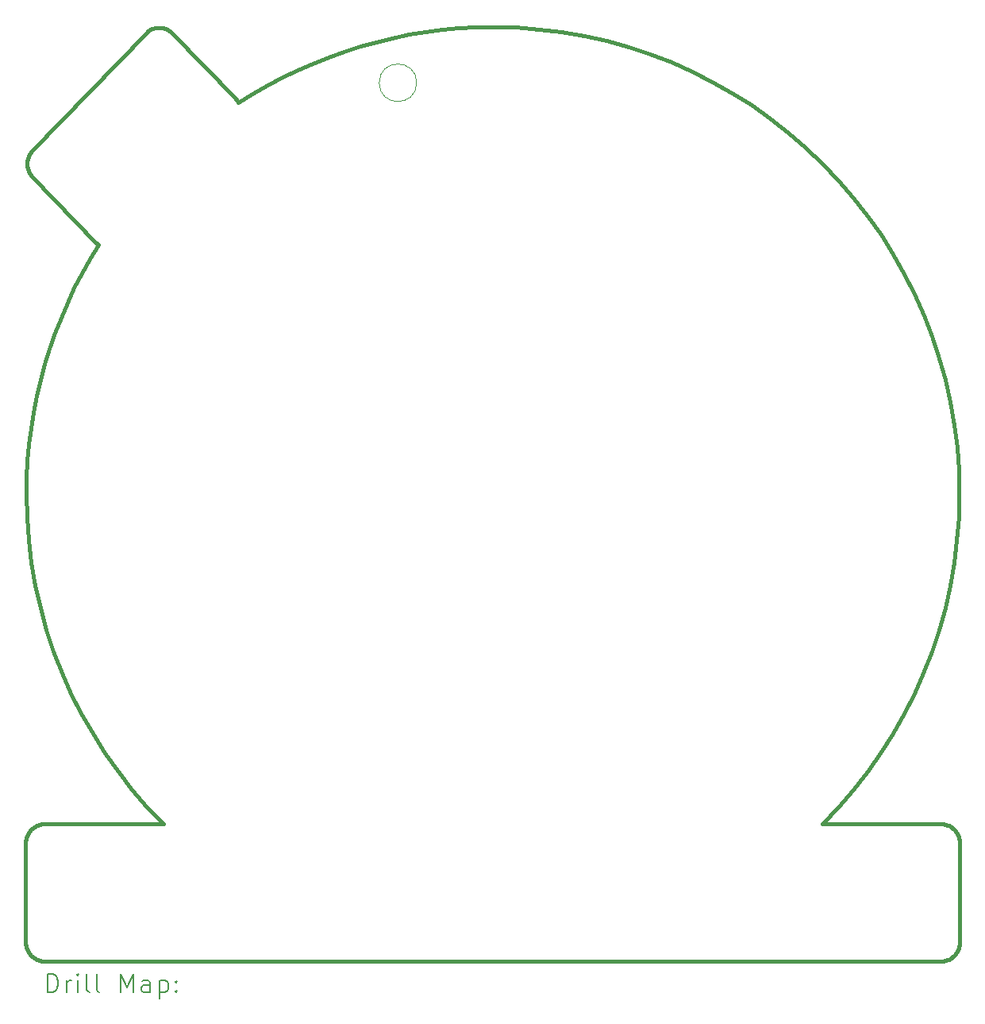
<source format=gbr>
%TF.GenerationSoftware,KiCad,Pcbnew,(6.0.7)*%
%TF.CreationDate,2022-08-23T13:49:27-07:00*%
%TF.ProjectId,DC31_Cnet_Badge_Rear,44433331-5f43-46e6-9574-5f4261646765,rev?*%
%TF.SameCoordinates,Original*%
%TF.FileFunction,Drillmap*%
%TF.FilePolarity,Positive*%
%FSLAX45Y45*%
G04 Gerber Fmt 4.5, Leading zero omitted, Abs format (unit mm)*
G04 Created by KiCad (PCBNEW (6.0.7)) date 2022-08-23 13:49:27*
%MOMM*%
%LPD*%
G01*
G04 APERTURE LIST*
%ADD10C,0.464309*%
%ADD11C,0.100000*%
%ADD12C,0.200000*%
G04 APERTURE END LIST*
D10*
X5073216Y-6602949D02*
X5079168Y-6610837D01*
X5043101Y-6541155D02*
X5046119Y-6550571D01*
X14908316Y-14935425D02*
X14915572Y-14929139D01*
X14977031Y-14821412D02*
X14978790Y-14811563D01*
X6488676Y-5036275D02*
X6479281Y-5034088D01*
X5021218Y-14811560D02*
X5022976Y-14821408D01*
X5040529Y-6531587D02*
X5043101Y-6541155D01*
X14390504Y-7656459D02*
X14270788Y-7444780D01*
X12126495Y-5500375D02*
X11904531Y-5402028D01*
X9283583Y-5076226D02*
X9106970Y-5105473D01*
X5787985Y-7341927D02*
X5791178Y-7344440D01*
X5188434Y-14978788D02*
X5198442Y-14980061D01*
X5092243Y-6338368D02*
X5092243Y-6338368D01*
X5019174Y-14791398D02*
X5019946Y-14801553D01*
X5178598Y-13522977D02*
X5168923Y-13525210D01*
X14811563Y-14978790D02*
X14821412Y-14977031D01*
X5027907Y-13659431D02*
X5025212Y-13668921D01*
X14980063Y-13698454D02*
X14978792Y-13688447D01*
X5862782Y-12761324D02*
X6003501Y-12960998D01*
X5064585Y-13591692D02*
X5058648Y-13599247D01*
X13519128Y-6480857D02*
X13340298Y-6310679D01*
X5208598Y-14980834D02*
X5218889Y-14981096D01*
X6365412Y-5045614D02*
X6356636Y-5049629D01*
X5053072Y-13607087D02*
X5047870Y-13615201D01*
X10975449Y-5119708D02*
X10734912Y-5077740D01*
X5046119Y-6550571D02*
X5049576Y-6559819D01*
X5018914Y-14781108D02*
X5018914Y-14781108D01*
X6374367Y-5042045D02*
X6365412Y-5045614D01*
X12960890Y-5999756D02*
X12761126Y-5859349D01*
X14867820Y-13538641D02*
X14858962Y-13534636D01*
X6339686Y-5058971D02*
X6331544Y-5064285D01*
X5067663Y-6369315D02*
X5062515Y-6377723D01*
X14922526Y-13577497D02*
X14915581Y-13570876D01*
X14831087Y-14974797D02*
X14840577Y-14972102D01*
X6411656Y-5032374D02*
X6402145Y-5034088D01*
X5047870Y-13615201D02*
X5043055Y-13623576D01*
X13514416Y-13518912D02*
X13684910Y-13340229D01*
X5141048Y-14965372D02*
X5150129Y-14968953D01*
X14781120Y-13518912D02*
X14781120Y-13518912D01*
X13996465Y-12961056D02*
X14137188Y-12761383D01*
X14961377Y-13632205D02*
X14956961Y-13623583D01*
X14981096Y-13718899D02*
X14981096Y-13718899D01*
X9640134Y-5036822D02*
X9461360Y-5053326D01*
X5018914Y-13718899D02*
X5018914Y-14781108D01*
X14952139Y-14884806D02*
X14956955Y-14876432D01*
X5023203Y-10000004D02*
X5023203Y-10000004D01*
X14970441Y-10246896D02*
X14976808Y-10000005D01*
X7756051Y-5561932D02*
X7597443Y-5646051D01*
X14387674Y-12343903D02*
X14497098Y-12126914D01*
X5048058Y-10492073D02*
X5078511Y-10735168D01*
X6323646Y-5070017D02*
X6316007Y-5076161D01*
X6579852Y-5089659D02*
X6579852Y-5089659D01*
X5178586Y-14977028D02*
X5188434Y-14978788D01*
X5794422Y-7346885D02*
X5794422Y-7346885D01*
X9461360Y-5053326D02*
X9283583Y-5076226D01*
X5067663Y-6594793D02*
X5073216Y-6602949D01*
X13514416Y-13518912D02*
X13514416Y-13518912D01*
X5051891Y-9474340D02*
X5036172Y-9648842D01*
X14935425Y-14908316D02*
X14941362Y-14900761D01*
X7266380Y-5799185D02*
X7262038Y-5794224D01*
X5702996Y-7497184D02*
X5617122Y-7650279D01*
X5272618Y-8452250D02*
X5221007Y-8618853D01*
X7257537Y-5789409D02*
X7257537Y-5789409D01*
X5150129Y-14968953D02*
X5159421Y-14972098D01*
X14970691Y-9753216D02*
X14952454Y-9508103D01*
X5218889Y-14981096D02*
X5218889Y-14981096D01*
X5062515Y-6377723D02*
X5057781Y-6386366D01*
X5038633Y-14867802D02*
X5043049Y-14876425D01*
X7288905Y-5831784D02*
X7285586Y-5826035D01*
X5141059Y-13534631D02*
X5132201Y-13538636D01*
X14821412Y-14977031D02*
X14831087Y-14974797D01*
X5084438Y-13570869D02*
X5077492Y-13577490D01*
X14978790Y-14811563D02*
X14980062Y-14801555D01*
X5123567Y-14956949D02*
X5132190Y-14961366D01*
X6392750Y-5036275D02*
X6383485Y-5038930D01*
X13684910Y-13340229D02*
X13845649Y-13154141D01*
X5077492Y-13577490D02*
X5070870Y-13584436D01*
X10000005Y-5023203D02*
X9819738Y-5026764D01*
X5049576Y-6404290D02*
X5046119Y-6413538D01*
X14801555Y-14980062D02*
X14811563Y-14978790D01*
X14981096Y-14781108D02*
X14981096Y-14781108D01*
X8931688Y-5141016D02*
X8757906Y-5182806D01*
X5462212Y-7964236D02*
X5393266Y-8124786D01*
X14981096Y-13718899D02*
X14980836Y-13708609D01*
X5043049Y-14876425D02*
X5047864Y-14884799D01*
X5099249Y-13558646D02*
X5091694Y-13564583D01*
X5034628Y-14858944D02*
X5038633Y-14867802D01*
X5198454Y-13519945D02*
X5188446Y-13521218D01*
X5019947Y-13698452D02*
X5019174Y-13708608D01*
X5123578Y-13543053D02*
X5115203Y-13547868D01*
X5062515Y-6586385D02*
X5067663Y-6594793D01*
X14974800Y-13668925D02*
X14972106Y-13659436D01*
X9999987Y-5023203D02*
X9999987Y-5023203D01*
X14952146Y-13615208D02*
X14946944Y-13607095D01*
X5034835Y-6471978D02*
X5034593Y-6482054D01*
X7597443Y-5646051D02*
X7441672Y-5736019D01*
X5168911Y-14974794D02*
X5178586Y-14977028D01*
X11678036Y-5314620D02*
X11447419Y-5238317D01*
X5085512Y-6345669D02*
X5079168Y-6353272D01*
X5036172Y-9648842D02*
X5026594Y-9824116D01*
X7441672Y-5736019D02*
X7288905Y-5831784D01*
X5769927Y-7325491D02*
X5772801Y-7328388D01*
X6549882Y-5064285D02*
X6541741Y-5058971D01*
X12555201Y-5729204D02*
X12343521Y-5609490D01*
X12761126Y-5859349D02*
X12555201Y-5729204D01*
X6316007Y-5076161D02*
X6308645Y-5082711D01*
X5781751Y-7336704D02*
X5784842Y-7339348D01*
X5049576Y-6559819D02*
X5053465Y-6568881D01*
X5772801Y-7328388D02*
X5775730Y-7331224D01*
X5316526Y-11678421D02*
X5404232Y-11904911D01*
X5218901Y-13518912D02*
X5208610Y-13519173D01*
X14140641Y-7238855D02*
X14000233Y-7039092D01*
X14781108Y-14981096D02*
X14791399Y-14980835D01*
X5791178Y-7344440D02*
X5794422Y-7346885D01*
X8247224Y-5345157D02*
X8081109Y-5411434D01*
X14952454Y-9508103D02*
X14922266Y-9265073D01*
X5018914Y-14781108D02*
X5019174Y-14791398D01*
X7270559Y-5804288D02*
X7266380Y-5799185D01*
X5084429Y-14929132D02*
X5091685Y-14935418D01*
X7274573Y-5809529D02*
X7270559Y-5804288D01*
X14961371Y-14867809D02*
X14965377Y-14858950D01*
X14821424Y-13522979D02*
X14811576Y-13521220D01*
X5038410Y-6442225D02*
X5036750Y-6452046D01*
X13689307Y-6659686D02*
X13519128Y-6480857D01*
X5769927Y-7325491D02*
X5769927Y-7325491D01*
X5099239Y-14941355D02*
X5107079Y-14946931D01*
X5159421Y-14972098D02*
X5168911Y-14974794D01*
X5022979Y-13678596D02*
X5021220Y-13688444D01*
X14791399Y-14980835D02*
X14801555Y-14980062D01*
X14915572Y-14929139D02*
X14922517Y-14922517D01*
X5208610Y-13519173D02*
X5198454Y-13519945D01*
X5073216Y-6361159D02*
X5067663Y-6369315D01*
X5057781Y-6386366D02*
X5053465Y-6395227D01*
X14849880Y-13531054D02*
X14840588Y-13527909D01*
X5502881Y-12126854D02*
X5612302Y-12343843D01*
X5031052Y-13650139D02*
X5027907Y-13659431D01*
X14867809Y-14961371D02*
X14876432Y-14956955D01*
X7262038Y-5794224D02*
X7257537Y-5789409D01*
X14976808Y-10000005D02*
X14970691Y-9753216D01*
X5035556Y-6502139D02*
X5036750Y-6512062D01*
X14965377Y-14858950D02*
X14968958Y-14849869D01*
X5132190Y-14961366D02*
X5141048Y-14965372D01*
X14876442Y-13543058D02*
X14867820Y-13538641D01*
X6003501Y-12960998D02*
X6154314Y-13154085D01*
X6572781Y-5082711D02*
X6565419Y-5076161D01*
X8585789Y-5230793D02*
X8415506Y-5284926D01*
X14781120Y-13518912D02*
X13514416Y-13518912D01*
X14892930Y-13553076D02*
X14884817Y-13547874D01*
X14595750Y-11904969D02*
X14683460Y-11678477D01*
X14000233Y-7039092D02*
X13849732Y-6845900D01*
X5115193Y-14952133D02*
X5123567Y-14956949D01*
X14900761Y-14941362D02*
X14908316Y-14935425D01*
X5393266Y-8124786D02*
X5330053Y-8287509D01*
X5064577Y-14908308D02*
X5070862Y-14915565D01*
X5188446Y-13521218D02*
X5178598Y-13522977D01*
X5036750Y-6512062D02*
X5038410Y-6521884D01*
X5150141Y-13531050D02*
X5141059Y-13534631D01*
X14761683Y-8552562D02*
X14685379Y-8321944D01*
X5404232Y-11904911D02*
X5502881Y-12126854D01*
X7282090Y-5820407D02*
X7278417Y-5814903D01*
X14974797Y-14831087D02*
X14977031Y-14821412D01*
X14683460Y-11678477D02*
X14760059Y-11447846D01*
X5085512Y-6618440D02*
X5092243Y-6625741D01*
X14956955Y-14876432D02*
X14961371Y-14867809D01*
X5078511Y-10735168D02*
X5120753Y-10975759D01*
X14978792Y-13688447D02*
X14977033Y-13678600D01*
X5135437Y-8957020D02*
X5101568Y-9128274D01*
X14267647Y-12555529D02*
X14387674Y-12343903D01*
X11447419Y-5238317D02*
X11213087Y-5173291D01*
X5073704Y-9300766D02*
X5051891Y-9474340D01*
X5079168Y-6610837D02*
X5085512Y-6618440D01*
X7285586Y-5826035D02*
X7282090Y-5820407D01*
X6460162Y-5031142D02*
X6450470Y-5030397D01*
X5019174Y-13708608D02*
X5018914Y-13718899D01*
X14801567Y-13519947D02*
X14791411Y-13519173D01*
X5107079Y-14946931D02*
X5115193Y-14952133D01*
X5046119Y-6413538D02*
X5043101Y-6422954D01*
X14840577Y-14972102D02*
X14849869Y-14968958D01*
X12343521Y-5609490D02*
X12126495Y-5500375D01*
X14956961Y-13623583D02*
X14952146Y-13615208D01*
X14972102Y-14840577D02*
X14974797Y-14831087D01*
X6301574Y-5089659D02*
X6301574Y-5089659D01*
X14760059Y-11447846D02*
X14825376Y-11213484D01*
X14915581Y-13570876D02*
X14908325Y-13564590D01*
X6301574Y-5089659D02*
X5092243Y-6338368D01*
X5021220Y-13688444D02*
X5019947Y-13698452D01*
X5617122Y-7650279D02*
X5536846Y-7806015D01*
X13519128Y-6480857D02*
X13519128Y-6480857D01*
X14980062Y-14801555D02*
X14980835Y-14791399D01*
X5091694Y-13564583D02*
X5084438Y-13570869D01*
X14935432Y-13591699D02*
X14929147Y-13584443D01*
X5115203Y-13547868D02*
X5107089Y-13553070D01*
X6485542Y-13518861D02*
X5218901Y-13518912D01*
X7288905Y-5831784D02*
X7288905Y-5831784D01*
X6154314Y-13154085D02*
X6315051Y-13340175D01*
X6541741Y-5058971D02*
X6533371Y-5054084D01*
X8081109Y-5411434D02*
X7917329Y-5483709D01*
X6479281Y-5034088D02*
X6469770Y-5032374D01*
X5778714Y-7333996D02*
X5781751Y-7336704D01*
X14965381Y-13641063D02*
X14961377Y-13632205D01*
X14922517Y-14922517D02*
X14929139Y-14915572D01*
X5101568Y-9128274D02*
X5073704Y-9300766D01*
X5053465Y-6395227D02*
X5049576Y-6404290D01*
X5077484Y-14922510D02*
X5084429Y-14929132D01*
X14858950Y-14965377D02*
X14867809Y-14961371D01*
X14968958Y-14849869D02*
X14972102Y-14840577D01*
X14826711Y-8786894D02*
X14761683Y-8552562D01*
X5053065Y-14892913D02*
X5058641Y-14900754D01*
X14831099Y-13525213D02*
X14821424Y-13522979D01*
X6497941Y-5038930D02*
X6488676Y-5036275D01*
X5218901Y-13518912D02*
X5218901Y-13518912D01*
X14858962Y-13534636D02*
X14849880Y-13531054D01*
X6440713Y-5030148D02*
X6440713Y-5030148D01*
X5330053Y-8287509D02*
X5272618Y-8452250D01*
X14840588Y-13527909D02*
X14831099Y-13525213D01*
X5174616Y-11213437D02*
X5239930Y-11447794D01*
X5168923Y-13525210D02*
X5159433Y-13527906D01*
X5092243Y-6625741D02*
X5769927Y-7325491D01*
X6565419Y-5076161D02*
X6557781Y-5070017D01*
X5026594Y-9824116D02*
X5023203Y-10000004D01*
X5091685Y-14935418D02*
X5099239Y-14941355D01*
X5025209Y-14831082D02*
X5027904Y-14840572D01*
X14929147Y-13584443D02*
X14922526Y-13577497D01*
X6469770Y-5032374D02*
X6460162Y-5031142D01*
X14884806Y-14952139D02*
X14892920Y-14946937D01*
X5058648Y-13599247D02*
X5053072Y-13607087D01*
X14781108Y-14981096D02*
X14781108Y-14981096D01*
X5218889Y-14981096D02*
X14781108Y-14981096D01*
X5775730Y-7331224D02*
X5778714Y-7333996D01*
X9106970Y-5105473D02*
X8931688Y-5141016D01*
X6516015Y-5045614D02*
X6507060Y-5042045D01*
X7257537Y-5789409D02*
X6579852Y-5089659D01*
X5038410Y-6521884D02*
X5040529Y-6531587D01*
X9819738Y-5026764D02*
X9640134Y-5036822D01*
X6430956Y-5030397D02*
X6421265Y-5031142D01*
X6331544Y-5064285D02*
X6323646Y-5070017D01*
X5023203Y-10000004D02*
X5029566Y-10246883D01*
X5536846Y-7806015D02*
X5462212Y-7964236D01*
X14946937Y-14892920D02*
X14952139Y-14884806D01*
X14597968Y-8095449D02*
X14499620Y-7873485D01*
X5092243Y-6338368D02*
X5085512Y-6345669D01*
X6421265Y-5031142D02*
X6411656Y-5032374D01*
X5034593Y-6482054D02*
X5034835Y-6492131D01*
X5043101Y-6422954D02*
X5040529Y-6432522D01*
X14968962Y-13650144D02*
X14965381Y-13641063D01*
X14941369Y-13599254D02*
X14935432Y-13591699D01*
X5612302Y-12343843D02*
X5732325Y-12555469D01*
X5036750Y-6452046D02*
X5035556Y-6461969D01*
X14270788Y-7444780D02*
X14140641Y-7238855D01*
X14980836Y-13708609D02*
X14980063Y-13698454D01*
X8415506Y-5284926D02*
X8247224Y-5345157D01*
X5120753Y-10975759D02*
X5174616Y-11213437D01*
X14976808Y-10000005D02*
X14976808Y-10000005D01*
X10246773Y-5029318D02*
X9999987Y-5023203D01*
X14879243Y-10975800D02*
X14921489Y-10735202D01*
X5029566Y-10246883D02*
X5048058Y-10492073D01*
X5784842Y-7339348D02*
X5787985Y-7341927D01*
X5057781Y-6577743D02*
X5062515Y-6586385D01*
X6450470Y-5030397D02*
X6440713Y-5030148D01*
X5053465Y-6568881D02*
X5057781Y-6577743D01*
X10491884Y-5047553D02*
X10246773Y-5029318D01*
X9999987Y-5023203D02*
X10000005Y-5023203D01*
X6507060Y-5042045D02*
X6497941Y-5038930D01*
D11*
X9190000Y-5620000D02*
G75*
G03*
X9190000Y-5620000I-200000J0D01*
G01*
D10*
X5040529Y-6432522D02*
X5038410Y-6442225D01*
X5732325Y-12555469D02*
X5862782Y-12761324D01*
X14811576Y-13521220D02*
X14801567Y-13519947D01*
X5043055Y-13623576D02*
X5038638Y-13632199D01*
X5019946Y-14801553D02*
X5021218Y-14811560D01*
X14849869Y-14968958D02*
X14858950Y-14965377D01*
X14922266Y-9265073D02*
X14880295Y-9024534D01*
X5058641Y-14900754D02*
X5064577Y-14908308D01*
X5070862Y-14915565D02*
X5077484Y-14922510D01*
X5018914Y-13718899D02*
X5018914Y-13718899D01*
X6440713Y-5030148D02*
X6430956Y-5030397D01*
X6402145Y-5034088D02*
X6392750Y-5036275D01*
X5175265Y-8787161D02*
X5135437Y-8957020D01*
X5794422Y-7346885D02*
X5702996Y-7497184D01*
X5221007Y-8618853D02*
X5175265Y-8787161D01*
X14951945Y-10492098D02*
X14970441Y-10246896D01*
X6533371Y-5054084D02*
X6524791Y-5049629D01*
X5132201Y-13538636D02*
X5123578Y-13543053D01*
X8757906Y-5182806D02*
X8585789Y-5230793D01*
X5239930Y-11447794D02*
X5316526Y-11678421D01*
X5025212Y-13668921D02*
X5022979Y-13678596D01*
X5022976Y-14821408D02*
X5025209Y-14831082D01*
X14929139Y-14915572D02*
X14935425Y-14908316D01*
X14941362Y-14900761D02*
X14946937Y-14892920D01*
X5107089Y-13553070D02*
X5099249Y-13558646D01*
X14685379Y-8321944D02*
X14597968Y-8095449D01*
X13845649Y-13154141D02*
X13996465Y-12961056D01*
X7278417Y-5814903D02*
X7274573Y-5809529D01*
X14497098Y-12126914D02*
X14595750Y-11904969D01*
X5070870Y-13584436D02*
X5064585Y-13591692D01*
X14499620Y-7873485D02*
X14390504Y-7656459D01*
X14972106Y-13659436D02*
X14968962Y-13650144D01*
X5034835Y-6492131D02*
X5035556Y-6502139D01*
X6383485Y-5038930D02*
X6374367Y-5042045D01*
X5092243Y-6625741D02*
X5092243Y-6625741D01*
X6356636Y-5049629D02*
X6348055Y-5054084D01*
X14977033Y-13678600D02*
X14974800Y-13668925D01*
X11904531Y-5402028D02*
X11678036Y-5314620D01*
X14791411Y-13519173D02*
X14781120Y-13518912D01*
X14137188Y-12761383D02*
X14267647Y-12555529D01*
X11213087Y-5173291D02*
X10975449Y-5119708D01*
X14825376Y-11213484D02*
X14879243Y-10975800D01*
X5198442Y-14980061D02*
X5208598Y-14980834D01*
X5034633Y-13641057D02*
X5031052Y-13650139D01*
X6579852Y-5089659D02*
X6572781Y-5082711D01*
X5027904Y-14840572D02*
X5031048Y-14849863D01*
X5079168Y-6353272D02*
X5073216Y-6361159D01*
X14921489Y-10735202D02*
X14951945Y-10492098D01*
X13340298Y-6310679D02*
X13154083Y-6150256D01*
X14980835Y-14791399D02*
X14981096Y-14781108D01*
X6348055Y-5054084D02*
X6339686Y-5058971D01*
X5034593Y-6482054D02*
X5034593Y-6482054D01*
X13154083Y-6150256D02*
X12960890Y-5999756D01*
X6315051Y-13340175D02*
X6485542Y-13518861D01*
X14900771Y-13558652D02*
X14892930Y-13553076D01*
X5159433Y-13527906D02*
X5150141Y-13531050D01*
X13849732Y-6845900D02*
X13689307Y-6659686D01*
X10734912Y-5077740D02*
X10491884Y-5047553D01*
X14884817Y-13547874D02*
X14876442Y-13543058D01*
X14946944Y-13607095D02*
X14941369Y-13599254D01*
X14908325Y-13564590D02*
X14900771Y-13558652D01*
X14880295Y-9024534D02*
X14826711Y-8786894D01*
X6524791Y-5049629D02*
X6516015Y-5045614D01*
X5031048Y-14849863D02*
X5034628Y-14858944D01*
X14892920Y-14946937D02*
X14900761Y-14941362D01*
X5047864Y-14884799D02*
X5053065Y-14892913D01*
X14876432Y-14956955D02*
X14884806Y-14952139D01*
X5035556Y-6461969D02*
X5034835Y-6471978D01*
X6308645Y-5082711D02*
X6301574Y-5089659D01*
X6557781Y-5070017D02*
X6549882Y-5064285D01*
X5038638Y-13632199D02*
X5034633Y-13641057D01*
X7917329Y-5483709D02*
X7756051Y-5561932D01*
X6485542Y-13518861D02*
X6485542Y-13518861D01*
X14981096Y-14781108D02*
X14981096Y-13718899D01*
D12*
X5253317Y-15314787D02*
X5253317Y-15114787D01*
X5300936Y-15114787D01*
X5329508Y-15124311D01*
X5348555Y-15143359D01*
X5358079Y-15162406D01*
X5367603Y-15200502D01*
X5367603Y-15229073D01*
X5358079Y-15267168D01*
X5348555Y-15286216D01*
X5329508Y-15305264D01*
X5300936Y-15314787D01*
X5253317Y-15314787D01*
X5453317Y-15314787D02*
X5453317Y-15181454D01*
X5453317Y-15219549D02*
X5462841Y-15200502D01*
X5472365Y-15190978D01*
X5491412Y-15181454D01*
X5510460Y-15181454D01*
X5577127Y-15314787D02*
X5577127Y-15181454D01*
X5577127Y-15114787D02*
X5567603Y-15124311D01*
X5577127Y-15133835D01*
X5586651Y-15124311D01*
X5577127Y-15114787D01*
X5577127Y-15133835D01*
X5700936Y-15314787D02*
X5681889Y-15305264D01*
X5672365Y-15286216D01*
X5672365Y-15114787D01*
X5805698Y-15314787D02*
X5786650Y-15305264D01*
X5777127Y-15286216D01*
X5777127Y-15114787D01*
X6034270Y-15314787D02*
X6034270Y-15114787D01*
X6100936Y-15257645D01*
X6167603Y-15114787D01*
X6167603Y-15314787D01*
X6348555Y-15314787D02*
X6348555Y-15210025D01*
X6339031Y-15190978D01*
X6319984Y-15181454D01*
X6281889Y-15181454D01*
X6262841Y-15190978D01*
X6348555Y-15305264D02*
X6329508Y-15314787D01*
X6281889Y-15314787D01*
X6262841Y-15305264D01*
X6253317Y-15286216D01*
X6253317Y-15267168D01*
X6262841Y-15248121D01*
X6281889Y-15238597D01*
X6329508Y-15238597D01*
X6348555Y-15229073D01*
X6443793Y-15181454D02*
X6443793Y-15381454D01*
X6443793Y-15190978D02*
X6462841Y-15181454D01*
X6500936Y-15181454D01*
X6519984Y-15190978D01*
X6529508Y-15200502D01*
X6539031Y-15219549D01*
X6539031Y-15276692D01*
X6529508Y-15295740D01*
X6519984Y-15305264D01*
X6500936Y-15314787D01*
X6462841Y-15314787D01*
X6443793Y-15305264D01*
X6624746Y-15295740D02*
X6634270Y-15305264D01*
X6624746Y-15314787D01*
X6615222Y-15305264D01*
X6624746Y-15295740D01*
X6624746Y-15314787D01*
X6624746Y-15190978D02*
X6634270Y-15200502D01*
X6624746Y-15210025D01*
X6615222Y-15200502D01*
X6624746Y-15190978D01*
X6624746Y-15210025D01*
M02*

</source>
